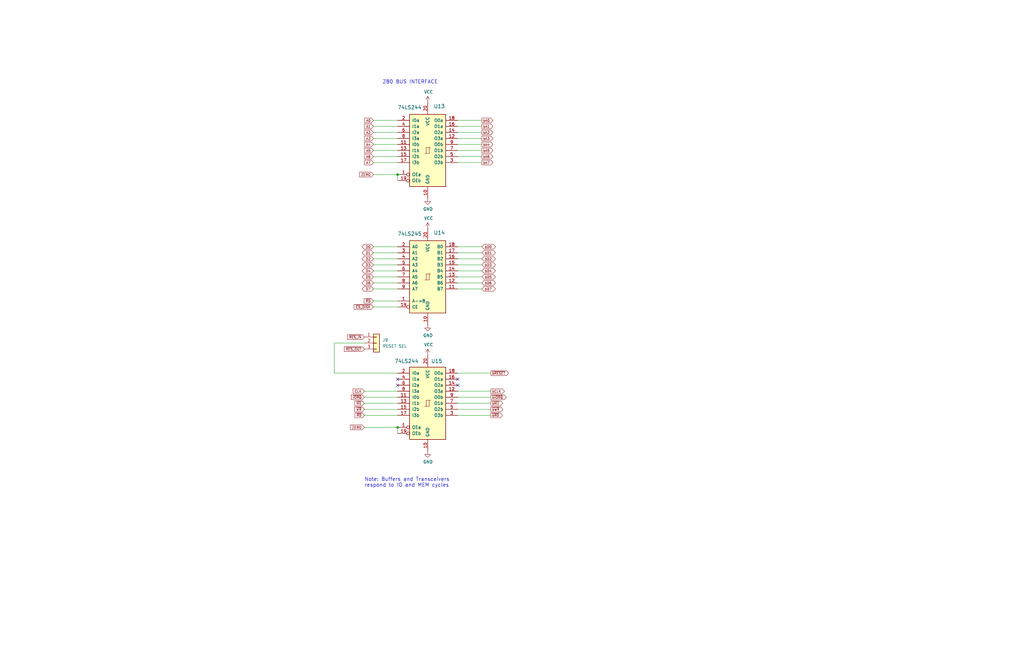
<source format=kicad_sch>
(kicad_sch (version 20211123) (generator eeschema)
  (paper "B")
  (lib_symbols
    (symbol "74xx:74LS244" (pin_names (offset 1.016))
      (property "Reference" "U" (at -7.62 16.51 0))
      (property "Value" "74LS244" (at -7.62 -16.51 0))
      (symbol "74LS244_1_0"
        (polyline (pts (xy -0.635 -1.27) (xy -0.635 1.27) (xy 0.635 1.27)))
        (polyline (pts (xy -1.27 -1.27) (xy 0.635 -1.27) (xy 0.635 1.27) (xy 1.27 1.27)))
        (pin input inverted (at -12.7 -10.16 0) (length 5.08) (name "OEa") (number "1"))
        (pin power_in line (at 0 -20.32 90) (length 5.08) (name "GND") (number "10"))
        (pin input line (at -12.7 2.54 0) (length 5.08) (name "I0b") (number "11"))
        (pin tri_state line (at 12.7 5.08 180) (length 5.08) (name "O3a") (number "12"))
        (pin input line (at -12.7 0 0) (length 5.08) (name "I1b") (number "13"))
        (pin tri_state line (at 12.7 7.62 180) (length 5.08) (name "O2a") (number "14"))
        (pin input line (at -12.7 -2.54 0) (length 5.08) (name "I2b") (number "15"))
        (pin tri_state line (at 12.7 10.16 180) (length 5.08) (name "O1a") (number "16"))
        (pin input line (at -12.7 -5.08 0) (length 5.08) (name "I3b") (number "17"))
        (pin tri_state line (at 12.7 12.7 180) (length 5.08) (name "O0a") (number "18"))
        (pin input inverted (at -12.7 -12.7 0) (length 5.08) (name "OEb") (number "19"))
        (pin input line (at -12.7 12.7 0) (length 5.08) (name "I0a") (number "2"))
        (pin power_in line (at 0 20.32 270) (length 5.08) (name "VCC") (number "20"))
        (pin tri_state line (at 12.7 -5.08 180) (length 5.08) (name "O3b") (number "3"))
        (pin input line (at -12.7 10.16 0) (length 5.08) (name "I1a") (number "4"))
        (pin tri_state line (at 12.7 -2.54 180) (length 5.08) (name "O2b") (number "5"))
        (pin input line (at -12.7 7.62 0) (length 5.08) (name "I2a") (number "6"))
        (pin tri_state line (at 12.7 0 180) (length 5.08) (name "O1b") (number "7"))
        (pin input line (at -12.7 5.08 0) (length 5.08) (name "I3a") (number "8"))
        (pin tri_state line (at 12.7 2.54 180) (length 5.08) (name "O0b") (number "9"))
      )
      (symbol "74LS244_1_1"
        (rectangle (start -7.62 15.24) (end 7.62 -15.24) (stroke (width 0.254)) (fill (type background)))
      )
    )
    (symbol "74xx:74LS245" (pin_names (offset 1.016))
      (property "Reference" "U" (at -7.62 16.51 0))
      (property "Value" "74LS245" (at -7.62 -16.51 0))
      (symbol "74LS245_1_0"
        (polyline (pts (xy -0.635 -1.27) (xy -0.635 1.27) (xy 0.635 1.27)))
        (polyline (pts (xy -1.27 -1.27) (xy 0.635 -1.27) (xy 0.635 1.27) (xy 1.27 1.27)))
        (pin input line (at -12.7 -10.16 0) (length 5.08) (name "A->B") (number "1"))
        (pin power_in line (at 0 -20.32 90) (length 5.08) (name "GND") (number "10"))
        (pin tri_state line (at 12.7 -5.08 180) (length 5.08) (name "B7") (number "11"))
        (pin tri_state line (at 12.7 -2.54 180) (length 5.08) (name "B6") (number "12"))
        (pin tri_state line (at 12.7 0 180) (length 5.08) (name "B5") (number "13"))
        (pin tri_state line (at 12.7 2.54 180) (length 5.08) (name "B4") (number "14"))
        (pin tri_state line (at 12.7 5.08 180) (length 5.08) (name "B3") (number "15"))
        (pin tri_state line (at 12.7 7.62 180) (length 5.08) (name "B2") (number "16"))
        (pin tri_state line (at 12.7 10.16 180) (length 5.08) (name "B1") (number "17"))
        (pin tri_state line (at 12.7 12.7 180) (length 5.08) (name "B0") (number "18"))
        (pin input inverted (at -12.7 -12.7 0) (length 5.08) (name "CE") (number "19"))
        (pin tri_state line (at -12.7 12.7 0) (length 5.08) (name "A0") (number "2"))
        (pin power_in line (at 0 20.32 270) (length 5.08) (name "VCC") (number "20"))
        (pin tri_state line (at -12.7 10.16 0) (length 5.08) (name "A1") (number "3"))
        (pin tri_state line (at -12.7 7.62 0) (length 5.08) (name "A2") (number "4"))
        (pin tri_state line (at -12.7 5.08 0) (length 5.08) (name "A3") (number "5"))
        (pin tri_state line (at -12.7 2.54 0) (length 5.08) (name "A4") (number "6"))
        (pin tri_state line (at -12.7 0 0) (length 5.08) (name "A5") (number "7"))
        (pin tri_state line (at -12.7 -2.54 0) (length 5.08) (name "A6") (number "8"))
        (pin tri_state line (at -12.7 -5.08 0) (length 5.08) (name "A7") (number "9"))
      )
      (symbol "74LS245_1_1"
        (rectangle (start -7.62 15.24) (end 7.62 -15.24) (stroke (width 0.254)) (fill (type background)))
      )
    )
    (symbol "Connector_Generic:Conn_01x03" (pin_names (offset 1.016) hide)
      (property "Reference" "J" (at 0 5.08 0))
      (property "Value" "Conn_01x03" (at 0 -5.08 0))
      (symbol "Conn_01x03_1_1"
        (rectangle (start -1.27 -2.413) (end 0 -2.667) (stroke (width 0.1524)))
        (rectangle (start -1.27 0.127) (end 0 -0.127) (stroke (width 0.1524)))
        (rectangle (start -1.27 2.667) (end 0 2.413) (stroke (width 0.1524)))
        (rectangle (start -1.27 3.81) (end 1.27 -3.81) (stroke (width 0.254)) (fill (type background)))
        (pin passive line (at -5.08 2.54 0) (length 3.81) (name "Pin_1") (number "1"))
        (pin passive line (at -5.08 0 0) (length 3.81) (name "Pin_2") (number "2"))
        (pin passive line (at -5.08 -2.54 0) (length 3.81) (name "Pin_3") (number "3"))
      )
    )
    (symbol "power:GND" (power) (pin_names (offset 0))
      (property "Value" "GND" (at 0 -3.81 0))
      (symbol "GND_0_1"
        (polyline (pts (xy 0 0) (xy 0 -1.27) (xy 1.27 -1.27) (xy 0 -2.54) (xy -1.27 -1.27) (xy 0 -1.27)))
      )
      (symbol "GND_1_1"
        (pin power_in line (at 0 0 270) (length 0) hide (name "GND") (number "1"))
      )
    )
    (symbol "power:VCC" (power) (pin_names (offset 0))
      (property "Value" "VCC" (at 0 3.81 0))
      (symbol "VCC_0_1"
        (polyline (pts (xy -0.762 1.27) (xy 0 2.54)))
        (polyline (pts (xy 0 0) (xy 0 2.54)))
        (polyline (pts (xy 0 2.54) (xy 0.762 1.27)))
      )
      (symbol "VCC_1_1"
        (pin power_in line (at 0 0 90) (length 0) hide (name "VCC") (number "1"))
      )
    )
  )
  (junction (at 167.64 180.34))
  (junction (at 167.64 73.66))
  (no_connect (at 167.64 162.56))
  (no_connect (at 167.64 160.02))
  (no_connect (at 193.04 160.02))
  (no_connect (at 193.04 162.56))
  (wire (pts (xy 193.04 60.96) (xy 203.2 60.96)))
  (wire (pts (xy 193.04 167.64) (xy 207.01 167.64)))
  (wire (pts (xy 193.04 165.1) (xy 207.01 165.1)))
  (wire (pts (xy 193.04 104.14) (xy 203.2 104.14)))
  (wire (pts (xy 157.48 119.38) (xy 167.64 119.38)))
  (wire (pts (xy 193.04 66.04) (xy 203.2 66.04)))
  (wire (pts (xy 167.64 180.34) (xy 167.64 182.88)))
  (wire (pts (xy 153.67 165.1) (xy 167.64 165.1)))
  (wire (pts (xy 153.67 170.18) (xy 167.64 170.18)))
  (wire (pts (xy 157.48 127) (xy 167.64 127)))
  (wire (pts (xy 157.48 63.5) (xy 167.64 63.5)))
  (wire (pts (xy 157.48 106.68) (xy 167.64 106.68)))
  (wire (pts (xy 157.48 53.34) (xy 167.64 53.34)))
  (wire (pts (xy 193.04 68.58) (xy 203.2 68.58)))
  (wire (pts (xy 157.48 116.84) (xy 167.64 116.84)))
  (wire (pts (xy 193.04 157.48) (xy 207.01 157.48)))
  (wire (pts (xy 157.48 66.04) (xy 167.64 66.04)))
  (wire (pts (xy 157.48 68.58) (xy 167.64 68.58)))
  (wire (pts (xy 157.48 104.14) (xy 167.64 104.14)))
  (wire (pts (xy 157.48 109.22) (xy 167.64 109.22)))
  (wire (pts (xy 193.04 111.76) (xy 203.2 111.76)))
  (wire (pts (xy 157.48 114.3) (xy 167.64 114.3)))
  (wire (pts (xy 193.04 50.8) (xy 203.2 50.8)))
  (wire (pts (xy 153.67 167.64) (xy 167.64 167.64)))
  (wire (pts (xy 157.48 55.88) (xy 167.64 55.88)))
  (wire (pts (xy 193.04 106.68) (xy 203.2 106.68)))
  (wire (pts (xy 193.04 175.26) (xy 207.01 175.26)))
  (wire (pts (xy 157.48 121.92) (xy 167.64 121.92)))
  (wire (pts (xy 157.48 50.8) (xy 167.64 50.8)))
  (wire (pts (xy 157.48 58.42) (xy 167.64 58.42)))
  (wire (pts (xy 140.97 157.48) (xy 167.64 157.48)))
  (wire (pts (xy 193.04 121.92) (xy 203.2 121.92)))
  (wire (pts (xy 193.04 116.84) (xy 203.2 116.84)))
  (wire (pts (xy 153.67 172.72) (xy 167.64 172.72)))
  (wire (pts (xy 153.67 180.34) (xy 167.64 180.34)))
  (wire (pts (xy 157.48 129.54) (xy 167.64 129.54)))
  (wire (pts (xy 140.97 144.78) (xy 140.97 157.48)))
  (wire (pts (xy 193.04 55.88) (xy 203.2 55.88)))
  (wire (pts (xy 193.04 172.72) (xy 207.01 172.72)))
  (wire (pts (xy 157.48 60.96) (xy 167.64 60.96)))
  (wire (pts (xy 193.04 53.34) (xy 203.2 53.34)))
  (wire (pts (xy 193.04 109.22) (xy 203.2 109.22)))
  (wire (pts (xy 157.48 111.76) (xy 167.64 111.76)))
  (wire (pts (xy 193.04 114.3) (xy 203.2 114.3)))
  (wire (pts (xy 140.97 144.78) (xy 153.67 144.78)))
  (wire (pts (xy 167.64 76.2) (xy 167.64 73.66)))
  (wire (pts (xy 157.48 73.66) (xy 167.64 73.66)))
  (wire (pts (xy 153.67 175.26) (xy 167.64 175.26)))
  (wire (pts (xy 193.04 63.5) (xy 203.2 63.5)))
  (wire (pts (xy 193.04 119.38) (xy 203.2 119.38)))
  (wire (pts (xy 193.04 58.42) (xy 203.2 58.42)))
  (wire (pts (xy 193.04 170.18) (xy 207.01 170.18)))
  (text "Z80 BUS INTERFACE" (at 161.29 35.56 0) (effects (font (size 1.524 1.524)) (justify left bottom)))
  (text "Note: Buffers and Transceivers\nrespond to IO and MEM cycles" (at 153.67 205.74 0) (effects (font (size 1.524 1.524)) (justify left bottom)))
  (global_label "bD5" (shape bidirectional) (at 203.2 116.84 0) (effects (font (size 1.016 1.016))) (property "Intersheet References" "${INTERSHEET_REFS}" (effects hide)))
  (global_label "~{RES_OUT}" (shape input) (at 153.67 147.32 180) (effects (font (size 1.016 1.016))) (property "Intersheet References" "${INTERSHEET_REFS}" (effects hide)))
  (global_label "bA4" (shape output) (at 203.2 60.96 0) (effects (font (size 1.016 1.016))) (property "Intersheet References" "${INTERSHEET_REFS}" (effects hide)))
  (global_label "D4" (shape bidirectional) (at 157.48 114.3 180) (effects (font (size 1.016 1.016))) (property "Intersheet References" "${INTERSHEET_REFS}" (effects hide)))
  (global_label "~{RES_IN}" (shape input) (at 153.67 142.24 180) (effects (font (size 1.016 1.016))) (property "Intersheet References" "${INTERSHEET_REFS}" (effects hide)))
  (global_label "~{bWR}" (shape output) (at 207.01 172.72 0) (effects (font (size 1.016 1.016))) (property "Intersheet References" "${INTERSHEET_REFS}" (effects hide)))
  (global_label "~{bRESET}" (shape output) (at 207.01 157.48 0) (effects (font (size 1.016 1.016))) (property "Intersheet References" "${INTERSHEET_REFS}" (effects hide)))
  (global_label "~{bIORQ}" (shape output) (at 207.01 167.64 0) (effects (font (size 1.016 1.016))) (property "Intersheet References" "${INTERSHEET_REFS}" (effects hide)))
  (global_label "~{WR}" (shape input) (at 153.67 172.72 180) (effects (font (size 1.016 1.016))) (property "Intersheet References" "${INTERSHEET_REFS}" (effects hide)))
  (global_label "bA3" (shape output) (at 203.2 58.42 0) (effects (font (size 1.016 1.016))) (property "Intersheet References" "${INTERSHEET_REFS}" (effects hide)))
  (global_label "D3" (shape bidirectional) (at 157.48 111.76 180) (effects (font (size 1.016 1.016))) (property "Intersheet References" "${INTERSHEET_REFS}" (effects hide)))
  (global_label "ZERO" (shape input) (at 153.67 180.34 180) (effects (font (size 1.016 1.016))) (property "Intersheet References" "${INTERSHEET_REFS}" (effects hide)))
  (global_label "bD2" (shape bidirectional) (at 203.2 109.22 0) (effects (font (size 1.016 1.016))) (property "Intersheet References" "${INTERSHEET_REFS}" (effects hide)))
  (global_label "~{CS_DISK}" (shape input) (at 157.48 129.54 180) (effects (font (size 1.016 1.016))) (property "Intersheet References" "${INTERSHEET_REFS}" (effects hide)))
  (global_label "A7" (shape input) (at 157.48 68.58 180) (effects (font (size 1.016 1.016))) (property "Intersheet References" "${INTERSHEET_REFS}" (effects hide)))
  (global_label "A1" (shape input) (at 157.48 53.34 180) (effects (font (size 1.016 1.016))) (property "Intersheet References" "${INTERSHEET_REFS}" (effects hide)))
  (global_label "CLK" (shape input) (at 153.67 165.1 180) (effects (font (size 1.016 1.016))) (property "Intersheet References" "${INTERSHEET_REFS}" (effects hide)))
  (global_label "bD7" (shape bidirectional) (at 203.2 121.92 0) (effects (font (size 1.016 1.016))) (property "Intersheet References" "${INTERSHEET_REFS}" (effects hide)))
  (global_label "D6" (shape bidirectional) (at 157.48 119.38 180) (effects (font (size 1.016 1.016))) (property "Intersheet References" "${INTERSHEET_REFS}" (effects hide)))
  (global_label "~{bRD}" (shape output) (at 207.01 175.26 0) (effects (font (size 1.016 1.016))) (property "Intersheet References" "${INTERSHEET_REFS}" (effects hide)))
  (global_label "ZERO" (shape input) (at 157.48 73.66 180) (effects (font (size 1.016 1.016))) (property "Intersheet References" "${INTERSHEET_REFS}" (effects hide)))
  (global_label "~{IORQ}" (shape input) (at 153.67 167.64 180) (effects (font (size 1.016 1.016))) (property "Intersheet References" "${INTERSHEET_REFS}" (effects hide)))
  (global_label "bA0" (shape output) (at 203.2 50.8 0) (effects (font (size 1.016 1.016))) (property "Intersheet References" "${INTERSHEET_REFS}" (effects hide)))
  (global_label "bCLK" (shape output) (at 207.01 165.1 0) (effects (font (size 1.016 1.016))) (property "Intersheet References" "${INTERSHEET_REFS}" (effects hide)))
  (global_label "~{M1}" (shape input) (at 153.67 170.18 180) (effects (font (size 1.016 1.016))) (property "Intersheet References" "${INTERSHEET_REFS}" (effects hide)))
  (global_label "D1" (shape bidirectional) (at 157.48 106.68 180) (effects (font (size 1.016 1.016))) (property "Intersheet References" "${INTERSHEET_REFS}" (effects hide)))
  (global_label "bA6" (shape output) (at 203.2 66.04 0) (effects (font (size 1.016 1.016))) (property "Intersheet References" "${INTERSHEET_REFS}" (effects hide)))
  (global_label "D5" (shape bidirectional) (at 157.48 116.84 180) (effects (font (size 1.016 1.016))) (property "Intersheet References" "${INTERSHEET_REFS}" (effects hide)))
  (global_label "bD3" (shape bidirectional) (at 203.2 111.76 0) (effects (font (size 1.016 1.016))) (property "Intersheet References" "${INTERSHEET_REFS}" (effects hide)))
  (global_label "A2" (shape input) (at 157.48 55.88 180) (effects (font (size 1.016 1.016))) (property "Intersheet References" "${INTERSHEET_REFS}" (effects hide)))
  (global_label "A4" (shape input) (at 157.48 60.96 180) (effects (font (size 1.016 1.016))) (property "Intersheet References" "${INTERSHEET_REFS}" (effects hide)))
  (global_label "D2" (shape bidirectional) (at 157.48 109.22 180) (effects (font (size 1.016 1.016))) (property "Intersheet References" "${INTERSHEET_REFS}" (effects hide)))
  (global_label "bA2" (shape output) (at 203.2 55.88 0) (effects (font (size 1.016 1.016))) (property "Intersheet References" "${INTERSHEET_REFS}" (effects hide)))
  (global_label "bA1" (shape output) (at 203.2 53.34 0) (effects (font (size 1.016 1.016))) (property "Intersheet References" "${INTERSHEET_REFS}" (effects hide)))
  (global_label "bA7" (shape output) (at 203.2 68.58 0) (effects (font (size 1.016 1.016))) (property "Intersheet References" "${INTERSHEET_REFS}" (effects hide)))
  (global_label "bD4" (shape bidirectional) (at 203.2 114.3 0) (effects (font (size 1.016 1.016))) (property "Intersheet References" "${INTERSHEET_REFS}" (effects hide)))
  (global_label "D7" (shape bidirectional) (at 157.48 121.92 180) (effects (font (size 1.016 1.016))) (property "Intersheet References" "${INTERSHEET_REFS}" (effects hide)))
  (global_label "~{RD}" (shape input) (at 157.48 127 180) (effects (font (size 1.016 1.016))) (property "Intersheet References" "${INTERSHEET_REFS}" (effects hide)))
  (global_label "~{RD}" (shape input) (at 153.67 175.26 180) (effects (font (size 1.016 1.016))) (property "Intersheet References" "${INTERSHEET_REFS}" (effects hide)))
  (global_label "A3" (shape input) (at 157.48 58.42 180) (effects (font (size 1.016 1.016))) (property "Intersheet References" "${INTERSHEET_REFS}" (effects hide)))
  (global_label "bD1" (shape bidirectional) (at 203.2 106.68 0) (effects (font (size 1.016 1.016))) (property "Intersheet References" "${INTERSHEET_REFS}" (effects hide)))
  (global_label "A6" (shape input) (at 157.48 66.04 180) (effects (font (size 1.016 1.016))) (property "Intersheet References" "${INTERSHEET_REFS}" (effects hide)))
  (global_label "~{bM1}" (shape output) (at 207.01 170.18 0) (effects (font (size 1.016 1.016))) (property "Intersheet References" "${INTERSHEET_REFS}" (effects hide)))
  (global_label "bD6" (shape bidirectional) (at 203.2 119.38 0) (effects (font (size 1.016 1.016))) (property "Intersheet References" "${INTERSHEET_REFS}" (effects hide)))
  (global_label "bA5" (shape output) (at 203.2 63.5 0) (effects (font (size 1.016 1.016))) (property "Intersheet References" "${INTERSHEET_REFS}" (effects hide)))
  (global_label "A5" (shape input) (at 157.48 63.5 180) (effects (font (size 1.016 1.016))) (property "Intersheet References" "${INTERSHEET_REFS}" (effects hide)))
  (global_label "D0" (shape bidirectional) (at 157.48 104.14 180) (effects (font (size 1.016 1.016))) (property "Intersheet References" "${INTERSHEET_REFS}" (effects hide)))
  (global_label "A0" (shape input) (at 157.48 50.8 180) (effects (font (size 1.016 1.016))) (property "Intersheet References" "${INTERSHEET_REFS}" (effects hide)))
  (global_label "bD0" (shape bidirectional) (at 203.2 104.14 0) (effects (font (size 1.016 1.016))) (property "Intersheet References" "${INTERSHEET_REFS}" (effects hide)))
  (symbol (lib_id "74xx:74LS245") (at 180.34 116.84 0) (unit 1)
    (property "Reference" "U14" (at 182.88 99.06 0) (effects (font (size 1.524 1.524)) (justify left bottom)))
    (property "Value" "74LS245" (at 167.64 97.79 0) (effects (font (size 1.524 1.524)) (justify left top)))
    (property "Footprint" "Package_DIP:DIP-20_W7.62mm" (effects hide))
    (property "Datasheet" "http://www.ti.com/lit/gpn/sn74LS245" (effects hide))
  )
  (symbol (lib_id "power:VCC") (at 180.34 43.18 0) (unit 1)
    (property "Reference" "#PWR037" (effects hide))
    (property "Value" "VCC" (at 180.721 38.7858 0))
  )
  (symbol (lib_id "power:GND") (at 180.34 83.82 0) (unit 1)
    (property "Reference" "#PWR038" (effects hide))
    (property "Value" "GND" (at 180.467 88.2142 0))
  )
  (symbol (lib_id "power:VCC") (at 180.34 96.52 0) (unit 1)
    (property "Reference" "#PWR039" (effects hide))
    (property "Value" "VCC" (at 180.721 92.1258 0))
  )
  (symbol (lib_id "power:VCC") (at 180.34 149.86 0) (unit 1)
    (property "Reference" "#PWR041" (effects hide))
    (property "Value" "VCC" (at 180.721 145.4658 0))
  )
  (symbol (lib_id "power:GND") (at 180.34 137.16 0) (unit 1)
    (property "Reference" "#PWR040" (effects hide))
    (property "Value" "GND" (at 180.467 141.5542 0))
  )
  (symbol (lib_id "power:GND") (at 180.34 190.5 0) (unit 1)
    (property "Reference" "#PWR042" (effects hide))
    (property "Value" "GND" (at 180.467 194.8942 0))
  )
  (symbol (lib_id "74xx:74LS244") (at 180.34 170.18 0) (unit 1)
    (property "Reference" "U15" (at 184.15 152.4 0) (effects (font (size 1.524 1.524))))
    (property "Value" "74LS244" (at 171.45 152.4 0) (effects (font (size 1.524 1.524))))
    (property "Footprint" "Package_DIP:DIP-20_W7.62mm" (effects hide))
    (property "Datasheet" "http://www.ti.com/lit/ds/symlink/sn74ls244.pdf" (effects hide))
  )
  (symbol (lib_id "74xx:74LS244") (at 180.34 63.5 0) (unit 1)
    (property "Reference" "U13" (at 182.88 45.72 0) (effects (font (size 1.524 1.524)) (justify left bottom)))
    (property "Value" "74LS244" (at 167.64 44.45 0) (effects (font (size 1.524 1.524)) (justify left top)))
    (property "Footprint" "Package_DIP:DIP-20_W7.62mm" (effects hide))
    (property "Datasheet" "http://www.ti.com/lit/ds/symlink/sn74ls244.pdf" (effects hide))
  )
  (symbol (lib_id "Connector_Generic:Conn_01x03") (at 158.75 144.78 0) (unit 1)
    (property "Reference" "J9" (at 161.29 143.5099 0) (effects (justify left)))
    (property "Value" "RESET SEL" (at 161.29 146.0499 0) (effects (justify left)))
    (property "Footprint" "Connector_PinHeader_2.54mm:PinHeader_1x03_P2.54mm_Vertical" (effects hide))
  )
)
</source>
